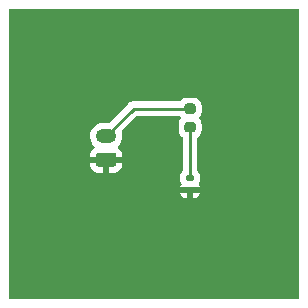
<source format=gtl>
G04 #@! TF.GenerationSoftware,KiCad,Pcbnew,7.0.9-7.0.9~ubuntu23.04.1*
G04 #@! TF.CreationDate,2024-01-10T16:35:43+00:00*
G04 #@! TF.ProjectId,test_project,74657374-5f70-4726-9f6a-6563742e6b69,rev?*
G04 #@! TF.SameCoordinates,Original*
G04 #@! TF.FileFunction,Copper,L1,Top*
G04 #@! TF.FilePolarity,Positive*
%FSLAX46Y46*%
G04 Gerber Fmt 4.6, Leading zero omitted, Abs format (unit mm)*
G04 Created by KiCad (PCBNEW 7.0.9-7.0.9~ubuntu23.04.1) date 2024-01-10 16:35:43*
%MOMM*%
%LPD*%
G01*
G04 APERTURE LIST*
G04 #@! TA.AperFunction,ComponentPad*
%ADD10O,1.750000X1.200000*%
G04 #@! TD*
G04 #@! TA.AperFunction,Conductor*
%ADD11C,0.250000*%
G04 #@! TD*
G04 APERTURE END LIST*
G04 #@! TA.AperFunction,SMDPad,CuDef*
G36*
G01*
X143004250Y-87077000D02*
X142491750Y-87077000D01*
G75*
G02*
X142273000Y-86858250I0J218750D01*
G01*
X142273000Y-86420750D01*
G75*
G02*
X142491750Y-86202000I218750J0D01*
G01*
X143004250Y-86202000D01*
G75*
G02*
X143223000Y-86420750I0J-218750D01*
G01*
X143223000Y-86858250D01*
G75*
G02*
X143004250Y-87077000I-218750J0D01*
G01*
G37*
G04 #@! TD.AperFunction*
G04 #@! TA.AperFunction,SMDPad,CuDef*
G36*
G01*
X143004250Y-85502000D02*
X142491750Y-85502000D01*
G75*
G02*
X142273000Y-85283250I0J218750D01*
G01*
X142273000Y-84845750D01*
G75*
G02*
X142491750Y-84627000I218750J0D01*
G01*
X143004250Y-84627000D01*
G75*
G02*
X143223000Y-84845750I0J-218750D01*
G01*
X143223000Y-85283250D01*
G75*
G02*
X143004250Y-85502000I-218750J0D01*
G01*
G37*
G04 #@! TD.AperFunction*
G04 #@! TA.AperFunction,SMDPad,CuDef*
G36*
G01*
X142563000Y-90661999D02*
X142933000Y-90661999D01*
G75*
G02*
X143068000Y-90796999I0J-135000D01*
G01*
X143068000Y-91066999D01*
G75*
G02*
X142933000Y-91201999I-135000J0D01*
G01*
X142563000Y-91201999D01*
G75*
G02*
X142428000Y-91066999I0J135000D01*
G01*
X142428000Y-90796999D01*
G75*
G02*
X142563000Y-90661999I135000J0D01*
G01*
G37*
G04 #@! TD.AperFunction*
G04 #@! TA.AperFunction,SMDPad,CuDef*
G36*
G01*
X142563000Y-91681999D02*
X142933000Y-91681999D01*
G75*
G02*
X143068000Y-91816999I0J-135000D01*
G01*
X143068000Y-92086999D01*
G75*
G02*
X142933000Y-92221999I-135000J0D01*
G01*
X142563000Y-92221999D01*
G75*
G02*
X142428000Y-92086999I0J135000D01*
G01*
X142428000Y-91816999D01*
G75*
G02*
X142563000Y-91681999I135000J0D01*
G01*
G37*
G04 #@! TD.AperFunction*
G04 #@! TA.AperFunction,ComponentPad*
G36*
G01*
X136261000Y-89992000D02*
X135011000Y-89992000D01*
G75*
G02*
X134761000Y-89742000I0J250000D01*
G01*
X134761000Y-89042000D01*
G75*
G02*
X135011000Y-88792000I250000J0D01*
G01*
X136261000Y-88792000D01*
G75*
G02*
X136511000Y-89042000I0J-250000D01*
G01*
X136511000Y-89742000D01*
G75*
G02*
X136261000Y-89992000I-250000J0D01*
G01*
G37*
G04 #@! TD.AperFunction*
D10*
X135636000Y-87392000D03*
D11*
X142748000Y-90931999D02*
X142748000Y-86639500D01*
X137963500Y-85064500D02*
X135636000Y-87392000D01*
X142748000Y-85064500D02*
X137963500Y-85064500D01*
G04 #@! TA.AperFunction,Conductor*
G36*
X151942539Y-76620185D02*
G01*
X151988294Y-76672989D01*
X151999500Y-76724500D01*
X151999500Y-101075500D01*
X151979815Y-101142539D01*
X151927011Y-101188294D01*
X151875500Y-101199500D01*
X127524500Y-101199500D01*
X127457461Y-101179815D01*
X127411706Y-101127011D01*
X127400500Y-101075500D01*
X127400500Y-92201999D01*
X141935156Y-92201999D01*
X141975595Y-92341193D01*
X142057261Y-92479284D01*
X142057268Y-92479293D01*
X142170705Y-92592730D01*
X142170714Y-92592737D01*
X142308808Y-92674405D01*
X142308811Y-92674406D01*
X142462871Y-92719165D01*
X142462877Y-92719166D01*
X142498000Y-92721930D01*
X142498000Y-92201999D01*
X142998000Y-92201999D01*
X142998000Y-92721929D01*
X143033122Y-92719166D01*
X143033128Y-92719165D01*
X143187188Y-92674406D01*
X143187191Y-92674405D01*
X143325285Y-92592737D01*
X143325294Y-92592730D01*
X143438731Y-92479293D01*
X143438738Y-92479284D01*
X143520404Y-92341193D01*
X143560844Y-92201999D01*
X142998000Y-92201999D01*
X142498000Y-92201999D01*
X141935156Y-92201999D01*
X127400500Y-92201999D01*
X127400500Y-87339401D01*
X134256746Y-87339401D01*
X134266745Y-87549327D01*
X134316296Y-87753578D01*
X134316298Y-87753582D01*
X134403598Y-87944743D01*
X134403601Y-87944748D01*
X134403602Y-87944750D01*
X134403604Y-87944753D01*
X134466627Y-88033256D01*
X134525515Y-88115953D01*
X134628456Y-88214107D01*
X134663391Y-88274616D01*
X134660066Y-88344406D01*
X134619538Y-88401321D01*
X134607983Y-88409388D01*
X134542659Y-88449680D01*
X134542655Y-88449683D01*
X134418684Y-88573654D01*
X134326643Y-88722875D01*
X134326641Y-88722880D01*
X134271494Y-88889302D01*
X134271493Y-88889309D01*
X134261000Y-88992013D01*
X134261000Y-89142000D01*
X135356440Y-89142000D01*
X135317722Y-89184059D01*
X135267449Y-89298670D01*
X135257114Y-89423395D01*
X135287837Y-89544719D01*
X135351394Y-89642000D01*
X134261001Y-89642000D01*
X134261001Y-89791986D01*
X134271494Y-89894697D01*
X134326641Y-90061119D01*
X134326643Y-90061124D01*
X134418684Y-90210345D01*
X134542654Y-90334315D01*
X134691875Y-90426356D01*
X134691880Y-90426358D01*
X134858302Y-90481505D01*
X134858309Y-90481506D01*
X134961019Y-90491999D01*
X135385999Y-90491999D01*
X135386000Y-90491998D01*
X135386000Y-89672617D01*
X135455052Y-89726363D01*
X135573424Y-89767000D01*
X135667073Y-89767000D01*
X135759446Y-89751586D01*
X135869514Y-89692019D01*
X135886000Y-89674110D01*
X135886000Y-90491999D01*
X136310972Y-90491999D01*
X136310986Y-90491998D01*
X136413697Y-90481505D01*
X136580119Y-90426358D01*
X136580124Y-90426356D01*
X136729345Y-90334315D01*
X136853315Y-90210345D01*
X136945356Y-90061124D01*
X136945358Y-90061119D01*
X137000505Y-89894697D01*
X137000506Y-89894690D01*
X137010999Y-89791986D01*
X137011000Y-89791973D01*
X137011000Y-89642000D01*
X135915560Y-89642000D01*
X135954278Y-89599941D01*
X136004551Y-89485330D01*
X136014886Y-89360605D01*
X135984163Y-89239281D01*
X135920606Y-89142000D01*
X137010999Y-89142000D01*
X137010999Y-88992028D01*
X137010998Y-88992013D01*
X137000505Y-88889302D01*
X136945358Y-88722880D01*
X136945356Y-88722875D01*
X136853315Y-88573654D01*
X136729344Y-88449683D01*
X136729340Y-88449680D01*
X136665841Y-88410513D01*
X136619116Y-88358565D01*
X136607895Y-88289603D01*
X136635738Y-88225521D01*
X136654289Y-88207503D01*
X136673882Y-88192095D01*
X136673881Y-88192095D01*
X136673886Y-88192092D01*
X136811519Y-88033256D01*
X136916604Y-87851244D01*
X136985344Y-87652633D01*
X137015254Y-87444602D01*
X137005254Y-87234670D01*
X136957764Y-87038915D01*
X136961089Y-86969126D01*
X136990586Y-86922003D01*
X138186272Y-85726319D01*
X138247595Y-85692834D01*
X138273953Y-85690000D01*
X141830168Y-85690000D01*
X141897207Y-85709685D01*
X141917664Y-85728231D01*
X141918612Y-85727284D01*
X141955647Y-85764319D01*
X141989132Y-85825642D01*
X141984148Y-85895334D01*
X141955647Y-85939681D01*
X141923719Y-85971608D01*
X141923716Y-85971612D01*
X141835455Y-86114704D01*
X141835451Y-86114713D01*
X141782564Y-86274315D01*
X141782564Y-86274316D01*
X141782563Y-86274316D01*
X141772500Y-86372818D01*
X141772500Y-86906181D01*
X141782563Y-87004683D01*
X141835450Y-87164284D01*
X141835455Y-87164295D01*
X141923716Y-87307387D01*
X141923719Y-87307391D01*
X142042609Y-87426281D01*
X142063597Y-87439227D01*
X142110321Y-87491174D01*
X142122500Y-87544765D01*
X142122500Y-90287403D01*
X142102815Y-90354442D01*
X142086181Y-90375084D01*
X142056869Y-90404395D01*
X142056863Y-90404403D01*
X141975131Y-90542605D01*
X141975129Y-90542610D01*
X141930335Y-90696790D01*
X141930334Y-90696796D01*
X141927500Y-90732816D01*
X141927501Y-91131180D01*
X141930335Y-91167204D01*
X141975129Y-91321387D01*
X141975130Y-91321390D01*
X142009419Y-91379370D01*
X142026601Y-91447094D01*
X142009419Y-91505610D01*
X141975594Y-91562805D01*
X141935156Y-91701999D01*
X142490026Y-91701999D01*
X142494891Y-91702190D01*
X142498816Y-91702499D01*
X142498817Y-91702499D01*
X142498818Y-91702498D01*
X142498819Y-91702499D01*
X142997180Y-91702498D01*
X143001096Y-91702189D01*
X143005959Y-91701999D01*
X143560844Y-91701999D01*
X143520404Y-91562804D01*
X143486581Y-91505611D01*
X143469398Y-91437887D01*
X143486582Y-91379368D01*
X143520867Y-91321395D01*
X143520869Y-91321392D01*
X143565665Y-91167203D01*
X143568500Y-91131180D01*
X143568499Y-90732819D01*
X143565665Y-90696795D01*
X143520869Y-90542606D01*
X143439135Y-90404401D01*
X143439133Y-90404399D01*
X143439130Y-90404395D01*
X143409819Y-90375084D01*
X143376334Y-90313761D01*
X143373500Y-90287403D01*
X143373500Y-87544765D01*
X143393185Y-87477726D01*
X143432401Y-87439227D01*
X143453391Y-87426281D01*
X143572281Y-87307391D01*
X143660549Y-87164287D01*
X143713436Y-87004685D01*
X143723500Y-86906174D01*
X143723500Y-86372826D01*
X143713436Y-86274315D01*
X143660549Y-86114713D01*
X143660545Y-86114707D01*
X143660544Y-86114704D01*
X143572283Y-85971612D01*
X143572280Y-85971608D01*
X143540353Y-85939681D01*
X143506868Y-85878358D01*
X143511852Y-85808666D01*
X143540353Y-85764319D01*
X143572281Y-85732391D01*
X143660549Y-85589287D01*
X143713436Y-85429685D01*
X143723500Y-85331174D01*
X143723500Y-84797826D01*
X143713436Y-84699315D01*
X143660549Y-84539713D01*
X143660545Y-84539707D01*
X143660544Y-84539704D01*
X143572283Y-84396612D01*
X143572280Y-84396608D01*
X143453391Y-84277719D01*
X143453387Y-84277716D01*
X143310295Y-84189455D01*
X143310289Y-84189452D01*
X143310287Y-84189451D01*
X143150685Y-84136564D01*
X143150683Y-84136563D01*
X143052181Y-84126500D01*
X143052174Y-84126500D01*
X142443826Y-84126500D01*
X142443818Y-84126500D01*
X142345316Y-84136563D01*
X142345315Y-84136564D01*
X142266219Y-84162773D01*
X142185715Y-84189450D01*
X142185704Y-84189455D01*
X142042612Y-84277716D01*
X142042608Y-84277719D01*
X141918612Y-84401716D01*
X141916528Y-84399632D01*
X141870416Y-84432286D01*
X141830168Y-84439000D01*
X138046238Y-84439000D01*
X138030621Y-84437276D01*
X138030594Y-84437562D01*
X138022832Y-84436827D01*
X137953704Y-84439000D01*
X137924150Y-84439000D01*
X137923429Y-84439090D01*
X137917257Y-84439869D01*
X137911445Y-84440326D01*
X137864873Y-84441790D01*
X137864872Y-84441790D01*
X137845629Y-84447381D01*
X137826579Y-84451325D01*
X137806711Y-84453834D01*
X137763384Y-84470988D01*
X137757858Y-84472879D01*
X137713114Y-84485879D01*
X137713110Y-84485881D01*
X137695866Y-84496079D01*
X137678405Y-84504633D01*
X137659774Y-84512010D01*
X137659762Y-84512017D01*
X137622070Y-84539402D01*
X137617187Y-84542609D01*
X137577080Y-84566329D01*
X137562914Y-84580495D01*
X137548124Y-84593127D01*
X137531914Y-84604904D01*
X137531911Y-84604907D01*
X137502210Y-84640809D01*
X137498277Y-84645131D01*
X135888228Y-86255181D01*
X135826905Y-86288666D01*
X135800547Y-86291500D01*
X135308575Y-86291500D01*
X135151782Y-86306472D01*
X135151778Y-86306473D01*
X134950127Y-86365683D01*
X134763313Y-86461991D01*
X134598116Y-86591905D01*
X134598112Y-86591909D01*
X134460478Y-86750746D01*
X134355398Y-86932750D01*
X134286656Y-87131365D01*
X134286656Y-87131367D01*
X134261349Y-87307387D01*
X134256746Y-87339401D01*
X127400500Y-87339401D01*
X127400500Y-76724500D01*
X127420185Y-76657461D01*
X127472989Y-76611706D01*
X127524500Y-76600500D01*
X151875500Y-76600500D01*
X151942539Y-76620185D01*
G37*
G04 #@! TD.AperFunction*
M02*

</source>
